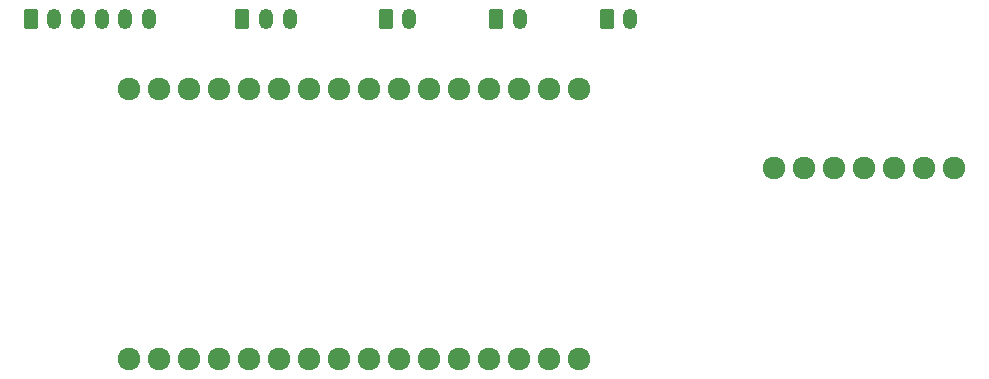
<source format=gbs>
%TF.GenerationSoftware,KiCad,Pcbnew,9.0.2*%
%TF.CreationDate,2025-06-23T22:15:15+02:00*%
%TF.ProjectId,musicbox,6d757369-6362-46f7-982e-6b696361645f,rev?*%
%TF.SameCoordinates,Original*%
%TF.FileFunction,Soldermask,Bot*%
%TF.FilePolarity,Negative*%
%FSLAX46Y46*%
G04 Gerber Fmt 4.6, Leading zero omitted, Abs format (unit mm)*
G04 Created by KiCad (PCBNEW 9.0.2) date 2025-06-23 22:15:15*
%MOMM*%
%LPD*%
G01*
G04 APERTURE LIST*
G04 Aperture macros list*
%AMRoundRect*
0 Rectangle with rounded corners*
0 $1 Rounding radius*
0 $2 $3 $4 $5 $6 $7 $8 $9 X,Y pos of 4 corners*
0 Add a 4 corners polygon primitive as box body*
4,1,4,$2,$3,$4,$5,$6,$7,$8,$9,$2,$3,0*
0 Add four circle primitives for the rounded corners*
1,1,$1+$1,$2,$3*
1,1,$1+$1,$4,$5*
1,1,$1+$1,$6,$7*
1,1,$1+$1,$8,$9*
0 Add four rect primitives between the rounded corners*
20,1,$1+$1,$2,$3,$4,$5,0*
20,1,$1+$1,$4,$5,$6,$7,0*
20,1,$1+$1,$6,$7,$8,$9,0*
20,1,$1+$1,$8,$9,$2,$3,0*%
G04 Aperture macros list end*
%ADD10C,1.920000*%
%ADD11RoundRect,0.250000X-0.350000X-0.625000X0.350000X-0.625000X0.350000X0.625000X-0.350000X0.625000X0*%
%ADD12O,1.200000X1.750000*%
G04 APERTURE END LIST*
D10*
%TO.C,D32Pro1*%
X148780049Y-44799964D03*
X146240049Y-44799964D03*
X143700049Y-44799964D03*
X141160049Y-44799964D03*
X138620049Y-44799964D03*
X136080049Y-44799964D03*
X133540049Y-44799964D03*
X131000049Y-44799964D03*
X128460049Y-44799964D03*
X125920049Y-44799964D03*
X123380049Y-44799964D03*
X120840049Y-44799964D03*
X118300049Y-44799964D03*
X115760049Y-44799964D03*
X113220049Y-44799964D03*
X110680049Y-44799964D03*
X148780049Y-67659964D03*
X146240049Y-67659964D03*
X143700049Y-67659964D03*
X141160049Y-67659964D03*
X138620049Y-67659964D03*
X136080049Y-67659964D03*
X133540049Y-67659964D03*
X131000049Y-67659964D03*
X128460049Y-67659964D03*
X125920049Y-67659964D03*
X123380049Y-67659964D03*
X120840049Y-67659964D03*
X118300049Y-67659964D03*
X115760049Y-67659964D03*
X113220049Y-67659964D03*
X110680049Y-67659964D03*
%TD*%
D11*
%TO.C,BT1Con1*%
X132370000Y-38940000D03*
D12*
X134370000Y-38940000D03*
%TD*%
D10*
%TO.C,AMP1*%
X165285000Y-51510000D03*
X167825000Y-51510000D03*
X170365000Y-51510000D03*
X172905000Y-51510000D03*
X175445000Y-51510000D03*
X177985000Y-51510000D03*
X180525000Y-51510000D03*
%TD*%
D11*
%TO.C,RFIDCon1*%
X102320000Y-38940000D03*
D12*
X104320000Y-38940000D03*
X106320000Y-38940000D03*
X108320000Y-38940000D03*
X110320000Y-38940000D03*
X112320000Y-38940000D03*
%TD*%
D11*
%TO.C,BT3Con1*%
X151080000Y-38940000D03*
D12*
X153080000Y-38940000D03*
%TD*%
D11*
%TO.C,NeoPixelCon1*%
X120240000Y-38940000D03*
D12*
X122240000Y-38940000D03*
X124240000Y-38940000D03*
%TD*%
D11*
%TO.C,BT2Con1*%
X141730000Y-38940000D03*
D12*
X143730000Y-38940000D03*
%TD*%
M02*

</source>
